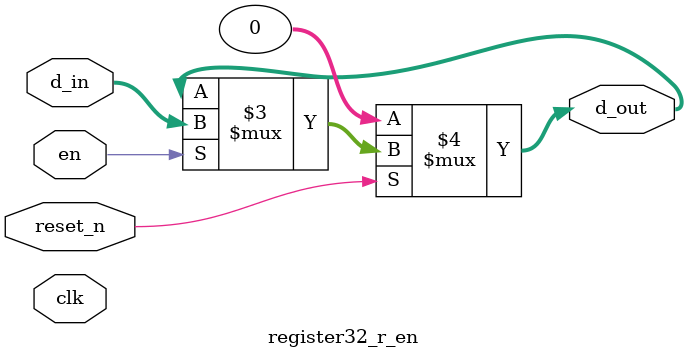
<source format=v>
module register32_r_en(clk, reset_n, en, d_in, d_out);//32bits resettable d flip flop module
input clk, reset_n, en;
input [31:0] d_in;
output [31:0] d_out;

assign d_out = (reset_n == 0)?32'b0:((en==1)? d_in:d_out);

endmodule
</source>
